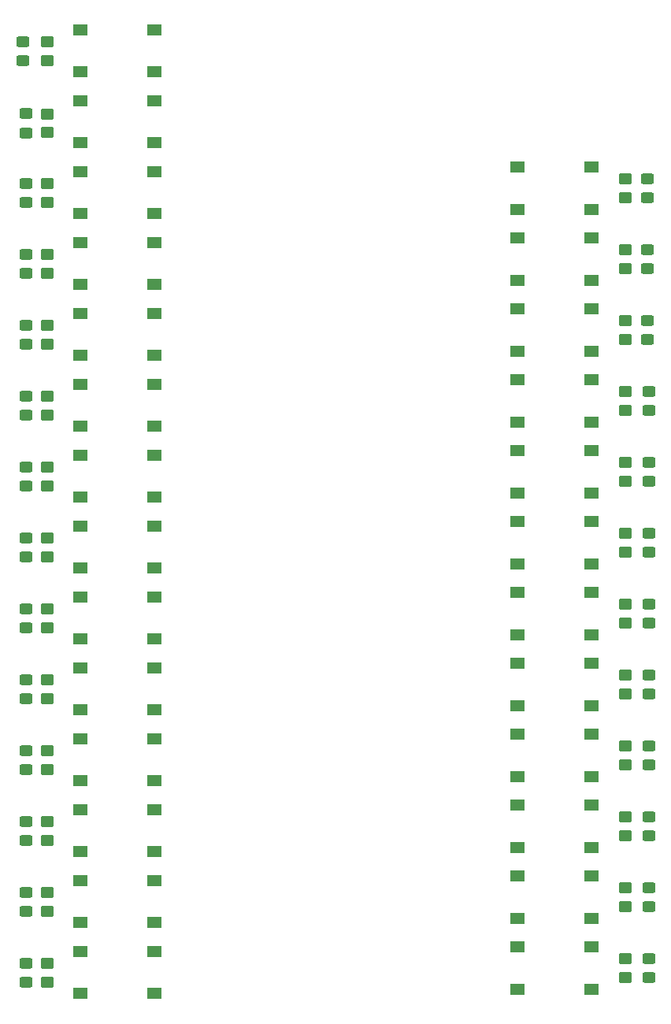
<source format=gtp>
G04 #@! TF.GenerationSoftware,KiCad,Pcbnew,(6.0.10)*
G04 #@! TF.CreationDate,2023-04-03T10:33:17+03:00*
G04 #@! TF.ProjectId,testboard,74657374-626f-4617-9264-2e6b69636164,rev?*
G04 #@! TF.SameCoordinates,Original*
G04 #@! TF.FileFunction,Paste,Top*
G04 #@! TF.FilePolarity,Positive*
%FSLAX46Y46*%
G04 Gerber Fmt 4.6, Leading zero omitted, Abs format (unit mm)*
G04 Created by KiCad (PCBNEW (6.0.10)) date 2023-04-03 10:33:17*
%MOMM*%
%LPD*%
G01*
G04 APERTURE LIST*
G04 Aperture macros list*
%AMRoundRect*
0 Rectangle with rounded corners*
0 $1 Rounding radius*
0 $2 $3 $4 $5 $6 $7 $8 $9 X,Y pos of 4 corners*
0 Add a 4 corners polygon primitive as box body*
4,1,4,$2,$3,$4,$5,$6,$7,$8,$9,$2,$3,0*
0 Add four circle primitives for the rounded corners*
1,1,$1+$1,$2,$3*
1,1,$1+$1,$4,$5*
1,1,$1+$1,$6,$7*
1,1,$1+$1,$8,$9*
0 Add four rect primitives between the rounded corners*
20,1,$1+$1,$2,$3,$4,$5,0*
20,1,$1+$1,$4,$5,$6,$7,0*
20,1,$1+$1,$6,$7,$8,$9,0*
20,1,$1+$1,$8,$9,$2,$3,0*%
G04 Aperture macros list end*
%ADD10RoundRect,0.250000X0.450000X-0.350000X0.450000X0.350000X-0.450000X0.350000X-0.450000X-0.350000X0*%
%ADD11RoundRect,0.250000X0.450000X-0.325000X0.450000X0.325000X-0.450000X0.325000X-0.450000X-0.325000X0*%
%ADD12R,1.550000X1.300000*%
%ADD13RoundRect,0.250000X-0.450000X0.350000X-0.450000X-0.350000X0.450000X-0.350000X0.450000X0.350000X0*%
G04 APERTURE END LIST*
D10*
X184785000Y-94345000D03*
X184785000Y-92345000D03*
X184785000Y-109585000D03*
X184785000Y-107585000D03*
D11*
X187325000Y-117230000D03*
X187325000Y-115180000D03*
X187215000Y-71510000D03*
X187215000Y-69460000D03*
D10*
X184785000Y-101965000D03*
X184785000Y-99965000D03*
X122717000Y-49260000D03*
X122717000Y-47260000D03*
X184785000Y-124825000D03*
X184785000Y-122825000D03*
D11*
X187325000Y-79130000D03*
X187325000Y-77080000D03*
D10*
X122717000Y-87210000D03*
X122717000Y-85210000D03*
X122717000Y-64350000D03*
X122717000Y-62350000D03*
D12*
X134185000Y-106820000D03*
X126235000Y-106820000D03*
X134185000Y-111320000D03*
X126235000Y-111320000D03*
D10*
X184785000Y-86725000D03*
X184785000Y-84725000D03*
D11*
X187215000Y-56270000D03*
X187215000Y-54220000D03*
D12*
X181140000Y-106335000D03*
X173190000Y-106335000D03*
X181140000Y-110835000D03*
X173190000Y-110835000D03*
D13*
X122717000Y-92830000D03*
X122717000Y-94830000D03*
D10*
X122717000Y-117690000D03*
X122717000Y-115690000D03*
D11*
X120431000Y-56755000D03*
X120431000Y-54705000D03*
D12*
X126235000Y-91580000D03*
X134185000Y-91580000D03*
X134185000Y-96080000D03*
X126235000Y-96080000D03*
X181140000Y-68235000D03*
X173190000Y-68235000D03*
X181140000Y-72735000D03*
X173190000Y-72735000D03*
D11*
X187325000Y-124850000D03*
X187325000Y-122800000D03*
X120431000Y-102475000D03*
X120431000Y-100425000D03*
D12*
X173190000Y-133695000D03*
X181140000Y-133695000D03*
X181140000Y-129195000D03*
X173190000Y-129195000D03*
D11*
X120431000Y-94855000D03*
X120431000Y-92805000D03*
D12*
X126235000Y-122060000D03*
X134185000Y-122060000D03*
X134185000Y-126560000D03*
X126235000Y-126560000D03*
D10*
X184785000Y-140065000D03*
X184785000Y-138065000D03*
D11*
X120431000Y-79615000D03*
X120431000Y-77565000D03*
X120015000Y-41515000D03*
X120015000Y-39465000D03*
D10*
X184785000Y-79105000D03*
X184785000Y-77105000D03*
D12*
X181140000Y-75855000D03*
X173190000Y-75855000D03*
X181140000Y-80355000D03*
X173190000Y-80355000D03*
X173190000Y-121575000D03*
X181140000Y-121575000D03*
X181140000Y-126075000D03*
X173190000Y-126075000D03*
X126235000Y-45860000D03*
X134185000Y-45860000D03*
X134185000Y-50360000D03*
X126235000Y-50360000D03*
D11*
X187325000Y-109610000D03*
X187325000Y-107560000D03*
D12*
X126235000Y-65600000D03*
X134185000Y-65600000D03*
X126235000Y-61100000D03*
X134185000Y-61100000D03*
D11*
X120431000Y-87235000D03*
X120431000Y-85185000D03*
D12*
X126235000Y-114440000D03*
X134185000Y-114440000D03*
X134185000Y-118940000D03*
X126235000Y-118940000D03*
D10*
X122717000Y-102450000D03*
X122717000Y-100450000D03*
D11*
X120431000Y-132955000D03*
X120431000Y-130905000D03*
X187325000Y-86725000D03*
X187325000Y-84675000D03*
D12*
X126235000Y-42740000D03*
X134185000Y-42740000D03*
X134185000Y-38240000D03*
X126235000Y-38240000D03*
X126235000Y-57980000D03*
X134185000Y-57980000D03*
X126235000Y-53480000D03*
X134185000Y-53480000D03*
D11*
X187325000Y-101990000D03*
X187325000Y-99940000D03*
D12*
X126235000Y-99200000D03*
X134185000Y-99200000D03*
X126235000Y-103700000D03*
X134185000Y-103700000D03*
X126235000Y-73220000D03*
X134185000Y-73220000D03*
X134185000Y-68720000D03*
X126235000Y-68720000D03*
D10*
X122717000Y-125310000D03*
X122717000Y-123310000D03*
X122717000Y-56730000D03*
X122717000Y-54730000D03*
X184785000Y-117205000D03*
X184785000Y-115205000D03*
D12*
X126235000Y-129680000D03*
X134185000Y-129680000D03*
X134185000Y-134180000D03*
X126235000Y-134180000D03*
D11*
X120431000Y-64375000D03*
X120431000Y-62325000D03*
D10*
X122717000Y-132930000D03*
X122717000Y-130930000D03*
D11*
X187325000Y-132445000D03*
X187325000Y-130395000D03*
X187325000Y-94370000D03*
X187325000Y-92320000D03*
X120431000Y-125335000D03*
X120431000Y-123285000D03*
X187325000Y-140115000D03*
X187325000Y-138065000D03*
D12*
X181140000Y-60615000D03*
X173190000Y-60615000D03*
X173190000Y-65115000D03*
X181140000Y-65115000D03*
X173190000Y-91095000D03*
X181140000Y-91095000D03*
X181140000Y-95595000D03*
X173190000Y-95595000D03*
D10*
X122717000Y-110070000D03*
X122717000Y-108070000D03*
D11*
X120431000Y-71995000D03*
X120431000Y-69945000D03*
D10*
X122717000Y-79590000D03*
X122717000Y-77590000D03*
D12*
X173190000Y-136815000D03*
X181140000Y-136815000D03*
X173190000Y-141315000D03*
X181140000Y-141315000D03*
D10*
X184785000Y-56245000D03*
X184785000Y-54245000D03*
D12*
X173190000Y-98715000D03*
X181140000Y-98715000D03*
X181140000Y-103215000D03*
X173190000Y-103215000D03*
X126235000Y-137300000D03*
X134185000Y-137300000D03*
X134185000Y-141800000D03*
X126235000Y-141800000D03*
D11*
X120431000Y-140575000D03*
X120431000Y-138525000D03*
D10*
X122717000Y-41490000D03*
X122717000Y-39490000D03*
D11*
X120431000Y-110095000D03*
X120431000Y-108045000D03*
X120431000Y-117715000D03*
X120431000Y-115665000D03*
D10*
X184785000Y-63865000D03*
X184785000Y-61865000D03*
X122717000Y-140550000D03*
X122717000Y-138550000D03*
D12*
X134185000Y-83960000D03*
X126235000Y-83960000D03*
X134185000Y-88460000D03*
X126235000Y-88460000D03*
X181140000Y-83475000D03*
X173190000Y-83475000D03*
X181140000Y-87975000D03*
X173190000Y-87975000D03*
X181140000Y-57495000D03*
X173190000Y-57495000D03*
X181140000Y-52995000D03*
X173190000Y-52995000D03*
D10*
X184785000Y-71485000D03*
X184785000Y-69485000D03*
D12*
X126235000Y-80840000D03*
X134185000Y-80840000D03*
X126235000Y-76340000D03*
X134185000Y-76340000D03*
D10*
X184785000Y-132445000D03*
X184785000Y-130445000D03*
D12*
X181140000Y-118455000D03*
X173190000Y-118455000D03*
X181140000Y-113955000D03*
X173190000Y-113955000D03*
D11*
X120431000Y-49285000D03*
X120431000Y-47235000D03*
X187215000Y-63890000D03*
X187215000Y-61840000D03*
D10*
X122717000Y-71970000D03*
X122717000Y-69970000D03*
M02*

</source>
